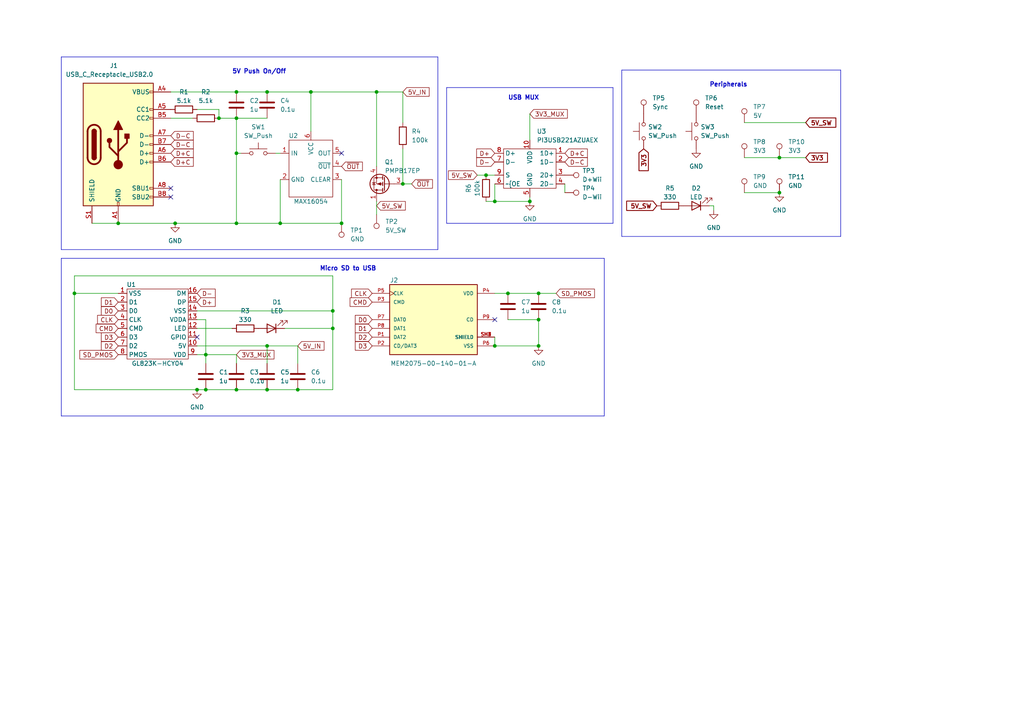
<source format=kicad_sch>
(kicad_sch (version 20211123) (generator eeschema)
  (paper "A4")
  (lib_symbols
    (symbol "Connector:TestPoint" (pin_numbers hide) (pin_names (offset 0.762) hide)
      (property "Reference" "TP" (at 0 6.858 0))
      (property "Value" "TestPoint" (at 0 5.08 0))
      (symbol "TestPoint_0_1"
        (circle (center 0 3.302) (radius 0.762))
      )
      (symbol "TestPoint_1_1"
        (pin passive line (at 0 0 90) (length 2.54) (name "1") (number "1"))
      )
    )
    (symbol "Connector:USB_C_Receptacle_USB2.0" (pin_names (offset 1.016))
      (property "Reference" "J" (at -10.16 19.05 0))
      (property "Value" "USB_C_Receptacle_USB2.0" (at 19.05 19.05 0))
      (symbol "USB_C_Receptacle_USB2.0_0_0"
        (rectangle (start -0.254 -17.78) (end 0.254 -16.764))
        (rectangle (start 10.16 -14.986) (end 9.144 -15.494))
        (rectangle (start 10.16 -12.446) (end 9.144 -12.954))
        (rectangle (start 10.16 -4.826) (end 9.144 -5.334))
        (rectangle (start 10.16 -2.286) (end 9.144 -2.794))
        (rectangle (start 10.16 0.254) (end 9.144 -0.254))
        (rectangle (start 10.16 2.794) (end 9.144 2.286))
        (rectangle (start 10.16 7.874) (end 9.144 7.366))
        (rectangle (start 10.16 10.414) (end 9.144 9.906))
        (rectangle (start 10.16 15.494) (end 9.144 14.986))
      )
      (symbol "USB_C_Receptacle_USB2.0_0_1"
        (rectangle (start -10.16 17.78) (end 10.16 -17.78) (stroke (width 0.254)) (fill (type background)))
        (arc (start -8.89 -3.81) (mid -6.985 -5.715) (end -5.08 -3.81) (stroke (width 0.508)))
        (arc (start -7.62 -3.81) (mid -6.985 -4.445) (end -6.35 -3.81) (stroke (width 0.254)))
        (arc (start -7.62 -3.81) (mid -6.985 -4.445) (end -6.35 -3.81) (stroke (width 0.254)) (fill (type outline)))
        (rectangle (start -7.62 -3.81) (end -6.35 3.81) (stroke (width 0.254)) (fill (type outline)))
        (arc (start -6.35 3.81) (mid -6.985 4.445) (end -7.62 3.81) (stroke (width 0.254)))
        (arc (start -6.35 3.81) (mid -6.985 4.445) (end -7.62 3.81) (stroke (width 0.254)) (fill (type outline)))
        (arc (start -5.08 3.81) (mid -6.985 5.715) (end -8.89 3.81) (stroke (width 0.508)))
        (circle (center -2.54 1.143) (radius 0.635) (stroke (width 0.254)) (fill (type outline)))
        (circle (center 0 -5.842) (radius 1.27) (fill (type outline)))
        (polyline (pts (xy -8.89 -3.81) (xy -8.89 3.81)) (stroke (width 0.508)))
        (polyline (pts (xy -5.08 3.81) (xy -5.08 -3.81)) (stroke (width 0.508)))
        (polyline (pts (xy 0 -5.842) (xy 0 4.318)) (stroke (width 0.508)))
        (polyline (pts (xy 0 -3.302) (xy -2.54 -0.762) (xy -2.54 0.508)) (stroke (width 0.508)))
        (polyline (pts (xy 0 -2.032) (xy 2.54 0.508) (xy 2.54 1.778)) (stroke (width 0.508)))
        (polyline (pts (xy -1.27 4.318) (xy 0 6.858) (xy 1.27 4.318) (xy -1.27 4.318)) (stroke (width 0.254)) (fill (type outline)))
        (rectangle (start 1.905 1.778) (end 3.175 3.048) (stroke (width 0.254)) (fill (type outline)))
      )
      (symbol "USB_C_Receptacle_USB2.0_1_1"
        (pin passive line (at 0 -22.86 90) (length 5.08) (name "GND") (number "A1"))
        (pin passive line (at 0 -22.86 90) (length 5.08) hide (name "GND") (number "A12"))
        (pin passive line (at 15.24 15.24 180) (length 5.08) (name "VBUS") (number "A4"))
        (pin bidirectional line (at 15.24 10.16 180) (length 5.08) (name "CC1") (number "A5"))
        (pin bidirectional line (at 15.24 -2.54 180) (length 5.08) (name "D+") (number "A6"))
        (pin bidirectional line (at 15.24 2.54 180) (length 5.08) (name "D-") (number "A7"))
        (pin bidirectional line (at 15.24 -12.7 180) (length 5.08) (name "SBU1") (number "A8"))
        (pin passive line (at 15.24 15.24 180) (length 5.08) hide (name "VBUS") (number "A9"))
        (pin passive line (at 0 -22.86 90) (length 5.08) hide (name "GND") (number "B1"))
        (pin passive line (at 0 -22.86 90) (length 5.08) hide (name "GND") (number "B12"))
        (pin passive line (at 15.24 15.24 180) (length 5.08) hide (name "VBUS") (number "B4"))
        (pin bidirectional line (at 15.24 7.62 180) (length 5.08) (name "CC2") (number "B5"))
        (pin bidirectional line (at 15.24 -5.08 180) (length 5.08) (name "D+") (number "B6"))
        (pin bidirectional line (at 15.24 0 180) (length 5.08) (name "D-") (number "B7"))
        (pin bidirectional line (at 15.24 -15.24 180) (length 5.08) (name "SBU2") (number "B8"))
        (pin passive line (at 15.24 15.24 180) (length 5.08) hide (name "VBUS") (number "B9"))
        (pin passive line (at -7.62 -22.86 90) (length 5.08) (name "SHIELD") (number "S1"))
      )
    )
    (symbol "Device:C" (pin_numbers hide) (pin_names (offset 0.254))
      (property "Reference" "C" (at 0.635 2.54 0))
      (property "Value" "C" (at 0.635 -2.54 0))
      (symbol "C_0_1"
        (polyline (pts (xy -2.032 -0.762) (xy 2.032 -0.762)) (stroke (width 0.508)))
        (polyline (pts (xy -2.032 0.762) (xy 2.032 0.762)) (stroke (width 0.508)))
      )
      (symbol "C_1_1"
        (pin passive line (at 0 3.81 270) (length 2.794) (name "~") (number "1"))
        (pin passive line (at 0 -3.81 90) (length 2.794) (name "~") (number "2"))
      )
    )
    (symbol "Device:LED" (pin_numbers hide) (pin_names (offset 1.016) hide)
      (property "Reference" "D" (at 0 2.54 0))
      (property "Value" "LED" (at 0 -2.54 0))
      (symbol "LED_0_1"
        (polyline (pts (xy -1.27 -1.27) (xy -1.27 1.27)) (stroke (width 0.254)))
        (polyline (pts (xy -1.27 0) (xy 1.27 0)))
        (polyline (pts (xy 1.27 -1.27) (xy 1.27 1.27) (xy -1.27 0) (xy 1.27 -1.27)) (stroke (width 0.254)))
        (polyline (pts (xy -3.048 -0.762) (xy -4.572 -2.286) (xy -3.81 -2.286) (xy -4.572 -2.286) (xy -4.572 -1.524)))
        (polyline (pts (xy -1.778 -0.762) (xy -3.302 -2.286) (xy -2.54 -2.286) (xy -3.302 -2.286) (xy -3.302 -1.524)))
      )
      (symbol "LED_1_1"
        (pin passive line (at -3.81 0 0) (length 2.54) (name "K") (number "1"))
        (pin passive line (at 3.81 0 180) (length 2.54) (name "A") (number "2"))
      )
    )
    (symbol "Device:R" (pin_numbers hide) (pin_names (offset 0))
      (property "Reference" "R" (at 2.032 0 90))
      (property "Value" "R" (at 0 0 90))
      (symbol "R_0_1"
        (rectangle (start -1.016 -2.54) (end 1.016 2.54) (stroke (width 0.254)))
      )
      (symbol "R_1_1"
        (pin passive line (at 0 3.81 270) (length 1.27) (name "~") (number "1"))
        (pin passive line (at 0 -3.81 90) (length 1.27) (name "~") (number "2"))
      )
    )
    (symbol "GC Nano Top:GL823K-HCY04"
      (property "Reference" "U2" (at -7.62 11.43 0))
      (property "Value" "GL823K-HCY04" (at 0 -11.43 0))
      (symbol "GL823K-HCY04_0_1"
        (rectangle (start -8.89 10.16) (end 8.89 -10.16))
      )
      (symbol "GL823K-HCY04_1_1"
        (pin input line (at -11.43 8.89 0) (length 2.54) (name "VSS") (number "1"))
        (pin input line (at 11.43 -6.35 180) (length 2.54) (name "5V") (number "10"))
        (pin input line (at 11.43 -3.81 180) (length 2.54) (name "GPIO") (number "11"))
        (pin input line (at 11.43 -1.27 180) (length 2.54) (name "LED") (number "12"))
        (pin input line (at 11.43 1.27 180) (length 2.54) (name "VDDA") (number "13"))
        (pin input line (at 11.43 3.81 180) (length 2.54) (name "VSS") (number "14"))
        (pin input line (at 11.43 6.35 180) (length 2.54) (name "DP") (number "15"))
        (pin input line (at 11.43 8.89 180) (length 2.54) (name "DM") (number "16"))
        (pin input line (at -11.43 6.35 0) (length 2.54) (name "D1") (number "2"))
        (pin input line (at -11.43 3.81 0) (length 2.54) (name "D0") (number "3"))
        (pin input line (at -11.43 1.27 0) (length 2.54) (name "CLK") (number "4"))
        (pin input line (at -11.43 -1.27 0) (length 2.54) (name "CMD") (number "5"))
        (pin input line (at -11.43 -3.81 0) (length 2.54) (name "D3") (number "6"))
        (pin input line (at -11.43 -6.35 0) (length 2.54) (name "D2") (number "7"))
        (pin input line (at -11.43 -8.89 0) (length 2.54) (name "PMOS") (number "8"))
        (pin input line (at 11.43 -8.89 180) (length 2.54) (name "VDD") (number "9"))
      )
    )
    (symbol "GC Nano Top:MAX16054"
      (property "Reference" "U" (at -5.08 3.81 0))
      (property "Value" "MAX16054" (at 1.27 -12.7 0))
      (symbol "MAX16054_0_1"
        (rectangle (start -5.08 2.54) (end 7.62 -13.97))
      )
      (symbol "MAX16054_1_1"
        (pin input line (at -7.62 -1.27 0) (length 2.54) (name "IN") (number "1"))
        (pin input line (at -7.62 -8.89 0) (length 2.54) (name "GND") (number "2"))
        (pin input line (at 10.16 -8.89 180) (length 2.54) (name "CLEAR") (number "3"))
        (pin input line (at 10.16 -5.08 180) (length 2.54) (name "~{OUT}") (number "4"))
        (pin input line (at 10.16 -1.27 180) (length 2.54) (name "OUT") (number "5"))
        (pin input line (at 1.27 5.08 270) (length 2.54) (name "VCC") (number "6"))
      )
    )
    (symbol "GC Nano Top:PI3USB221AZUAEX"
      (property "Reference" "U" (at 1.27 6.35 0))
      (property "Value" "PI3USB221AZUAEX" (at 17.78 -8.89 0))
      (symbol "PI3USB221AZUAEX_0_1"
        (rectangle (start 0 5.08) (end 15.24 -6.35))
      )
      (symbol "PI3USB221AZUAEX_1_1"
        (pin input line (at 17.78 3.81 180) (length 2.54) (name "1D+") (number "1"))
        (pin input line (at 7.62 7.62 270) (length 2.54) (name "VDD") (number "10"))
        (pin input line (at 17.78 1.27 180) (length 2.54) (name "1D-") (number "2"))
        (pin input line (at 17.78 -2.54 180) (length 2.54) (name "2D+") (number "3"))
        (pin input line (at 17.78 -5.08 180) (length 2.54) (name "2D-") (number "4"))
        (pin input line (at 7.62 -8.89 90) (length 2.54) (name "GND") (number "5"))
        (pin input line (at -2.54 -5.08 0) (length 2.54) (name "~{OE") (number "6"))
        (pin input line (at -2.54 1.27 0) (length 2.54) (name "D-") (number "7"))
        (pin input line (at -2.54 3.81 0) (length 2.54) (name "D+") (number "8"))
        (pin input line (at -2.54 -2.54 0) (length 2.54) (name "S") (number "9"))
      )
    )
    (symbol "GC Nano Top:PMPB17EP" (pin_names (offset 0) hide)
      (property "Reference" "Q" (at 5.08 1.27 0))
      (property "Value" "PMPB17EP" (at 5.08 -1.27 0))
      (symbol "PMPB17EP_0_1"
        (polyline (pts (xy 0.254 0) (xy -2.54 0)))
        (polyline (pts (xy 0.254 1.905) (xy 0.254 -1.905)) (stroke (width 0.254)))
        (polyline (pts (xy 0.762 -1.27) (xy 0.762 -2.286)) (stroke (width 0.254)))
        (polyline (pts (xy 0.762 0.508) (xy 0.762 -0.508)) (stroke (width 0.254)))
        (polyline (pts (xy 0.762 2.286) (xy 0.762 1.27)) (stroke (width 0.254)))
        (polyline (pts (xy 2.54 2.54) (xy 2.54 1.778)))
        (polyline (pts (xy 2.54 -2.54) (xy 2.54 0) (xy 0.762 0)))
        (polyline (pts (xy 0.762 1.778) (xy 3.302 1.778) (xy 3.302 -1.778) (xy 0.762 -1.778)))
        (polyline (pts (xy 2.286 0) (xy 1.27 0.381) (xy 1.27 -0.381) (xy 2.286 0)) (fill (type outline)))
        (polyline (pts (xy 2.794 -0.508) (xy 2.921 -0.381) (xy 3.683 -0.381) (xy 3.81 -0.254)))
        (polyline (pts (xy 3.302 -0.381) (xy 2.921 0.254) (xy 3.683 0.254) (xy 3.302 -0.381)))
        (circle (center 1.651 0) (radius 2.794) (stroke (width 0.254)))
        (circle (center 2.54 -1.778) (radius 0.254) (fill (type outline)))
        (circle (center 2.54 1.778) (radius 0.254) (fill (type outline)))
      )
      (symbol "PMPB17EP_1_1"
        (pin passive line (at 2.54 5.08 270) (length 2.54) (name "D") (number "1"))
        (pin passive line (at 2.54 5.08 270) (length 2.54) hide (name "D") (number "2"))
        (pin input line (at -5.08 0 0) (length 2.54) (name "G") (number "3"))
        (pin passive line (at 2.54 -5.08 90) (length 2.54) (name "S") (number "4"))
        (pin passive line (at 2.54 5.08 270) (length 2.54) hide (name "D") (number "5"))
        (pin passive line (at 2.54 5.08 270) (length 2.54) hide (name "D") (number "6"))
        (pin passive line (at 2.54 5.08 270) (length 2.54) hide (name "D") (number "7"))
        (pin passive line (at 2.54 -5.08 90) (length 2.54) hide (name "S") (number "8"))
      )
    )
    (symbol "MEM2075-00-140-01-A:MEM2075-00-140-01-A" (pin_names (offset 1.016))
      (property "Reference" "J" (at -12.7 10.795 0))
      (property "Value" "MEM2075-00-140-01-A" (at -12.7 -12.7 0))
      (symbol "MEM2075-00-140-01-A_0_0"
        (rectangle (start -12.7 -10.16) (end 12.7 10.16) (stroke (width 0.254)) (fill (type background)))
        (pin bidirectional line (at -17.78 -5.08 0) (length 5.08) (name "DAT2") (number "P1"))
        (pin bidirectional line (at -17.78 -7.62 0) (length 5.08) (name "CD/DAT3") (number "P2"))
        (pin bidirectional line (at -17.78 5.08 0) (length 5.08) (name "CMD") (number "P3"))
        (pin power_in line (at 17.78 7.62 180) (length 5.08) (name "VDD") (number "P4"))
        (pin bidirectional clock (at -17.78 7.62 0) (length 5.08) (name "CLK") (number "P5"))
        (pin power_in line (at 17.78 -7.62 180) (length 5.08) (name "VSS") (number "P6"))
        (pin bidirectional line (at -17.78 0 0) (length 5.08) (name "DAT0") (number "P7"))
        (pin bidirectional line (at -17.78 -2.54 0) (length 5.08) (name "DAT1") (number "P8"))
        (pin passive line (at 17.78 0 180) (length 5.08) (name "CD") (number "P9"))
        (pin power_in line (at 17.78 -5.08 180) (length 5.08) (name "SHIELD") (number "SH1"))
        (pin power_in line (at 17.78 -5.08 180) (length 5.08) (name "SHIELD") (number "SH2"))
        (pin power_in line (at 17.78 -5.08 180) (length 5.08) (name "SHIELD") (number "SH3"))
        (pin power_in line (at 17.78 -5.08 180) (length 5.08) (name "SHIELD") (number "SH4"))
      )
    )
    (symbol "Switch:SW_Push" (pin_numbers hide) (pin_names (offset 1.016) hide)
      (property "Reference" "SW" (at 1.27 2.54 0))
      (property "Value" "SW_Push" (at 0 -1.524 0))
      (symbol "SW_Push_0_1"
        (circle (center -2.032 0) (radius 0.508))
        (polyline (pts (xy 0 1.27) (xy 0 3.048)))
        (polyline (pts (xy 2.54 1.27) (xy -2.54 1.27)))
        (circle (center 2.032 0) (radius 0.508))
        (pin passive line (at -5.08 0 0) (length 2.54) (name "1") (number "1"))
        (pin passive line (at 5.08 0 180) (length 2.54) (name "2") (number "2"))
      )
    )
    (symbol "power:GND" (power) (pin_names (offset 0))
      (property "Value" "GND" (at 0 -3.81 0))
      (symbol "GND_0_1"
        (polyline (pts (xy 0 0) (xy 0 -1.27) (xy 1.27 -1.27) (xy 0 -2.54) (xy -1.27 -1.27) (xy 0 -1.27)))
      )
      (symbol "GND_1_1"
        (pin power_in line (at 0 0 270) (length 0) hide (name "GND") (number "1"))
      )
    )
  )
  (junction (at 59.69 102.87))
  (junction (at 109.22 26.67))
  (junction (at 81.28 64.77))
  (junction (at 68.58 64.77))
  (junction (at 86.36 113.03))
  (junction (at 226.06 55.88))
  (junction (at 59.69 113.03))
  (junction (at 156.21 85.09))
  (junction (at 156.21 100.33))
  (junction (at 63.5 34.29))
  (junction (at 96.52 90.17))
  (junction (at 68.58 34.29))
  (junction (at 77.47 113.03))
  (junction (at 57.15 113.03))
  (junction (at 226.06 45.72))
  (junction (at 21.59 85.09))
  (junction (at 156.21 92.71))
  (junction (at 77.47 26.67))
  (junction (at 143.51 58.42))
  (junction (at 116.84 53.34))
  (junction (at 68.58 26.67))
  (junction (at 96.52 95.25))
  (junction (at 140.97 50.8))
  (junction (at 143.51 100.33))
  (junction (at 147.32 85.09))
  (junction (at 68.58 113.03))
  (junction (at 90.17 26.67))
  (junction (at 99.06 64.77))
  (junction (at 34.29 64.77))
  (junction (at 68.58 44.45))
  (junction (at 50.8 64.77))
  (junction (at 77.47 100.33))
  (junction (at 153.67 58.42))
  (no_connect (at 99.06 44.45))
  (no_connect (at 49.53 57.15))
  (no_connect (at 57.15 97.79))
  (no_connect (at 49.53 54.61))
  (no_connect (at 143.51 92.71))
  (polyline (pts (xy 175.26 120.65) (xy 17.78 120.65)) (stroke (width 0) (type solid)))
  (wire (pts (xy 59.69 92.71) (xy 59.69 102.87)))
  (wire (pts (xy 109.22 26.67) (xy 116.84 26.67)))
  (wire (pts (xy 57.15 90.17) (xy 96.52 90.17)))
  (polyline (pts (xy 17.78 74.93) (xy 175.26 74.93)) (stroke (width 0) (type solid)))
  (wire (pts (xy 86.36 100.33) (xy 77.47 100.33)))
  (wire (pts (xy 143.51 97.79) (xy 143.51 100.33)))
  (wire (pts (xy 143.51 85.09) (xy 147.32 85.09)))
  (wire (pts (xy 34.29 85.09) (xy 21.59 85.09)))
  (wire (pts (xy 140.97 58.42) (xy 143.51 58.42)))
  (wire (pts (xy 99.06 52.07) (xy 99.06 64.77)))
  (wire (pts (xy 49.53 26.67) (xy 68.58 26.67)))
  (wire (pts (xy 63.5 34.29) (xy 68.58 34.29)))
  (wire (pts (xy 21.59 85.09) (xy 21.59 113.03)))
  (wire (pts (xy 68.58 34.29) (xy 77.47 34.29)))
  (wire (pts (xy 77.47 26.67) (xy 90.17 26.67)))
  (wire (pts (xy 68.58 44.45) (xy 68.58 64.77)))
  (wire (pts (xy 59.69 102.87) (xy 59.69 105.41)))
  (wire (pts (xy 215.9 55.88) (xy 226.06 55.88)))
  (polyline (pts (xy 177.8 64.77) (xy 129.54 64.77)) (stroke (width 0) (type solid)))
  (wire (pts (xy 147.32 85.09) (xy 156.21 85.09)))
  (wire (pts (xy 21.59 85.09) (xy 21.59 80.01)))
  (wire (pts (xy 68.58 102.87) (xy 59.69 102.87)))
  (wire (pts (xy 143.51 53.34) (xy 143.51 58.42)))
  (wire (pts (xy 49.53 34.29) (xy 55.88 34.29)))
  (wire (pts (xy 163.83 53.34) (xy 163.83 55.88)))
  (wire (pts (xy 90.17 26.67) (xy 109.22 26.67)))
  (wire (pts (xy 205.74 59.69) (xy 207.01 59.69)))
  (polyline (pts (xy 127 16.51) (xy 127 72.39)) (stroke (width 0) (type solid)))
  (polyline (pts (xy 17.78 74.93) (xy 17.78 120.65)) (stroke (width 0) (type solid)))
  (wire (pts (xy 57.15 100.33) (xy 77.47 100.33)))
  (wire (pts (xy 140.97 50.8) (xy 143.51 50.8)))
  (wire (pts (xy 143.51 100.33) (xy 156.21 100.33)))
  (wire (pts (xy 68.58 26.67) (xy 77.47 26.67)))
  (wire (pts (xy 226.06 45.72) (xy 233.68 45.72)))
  (wire (pts (xy 143.51 58.42) (xy 153.67 58.42)))
  (polyline (pts (xy 175.26 74.93) (xy 175.26 120.65)) (stroke (width 0) (type solid)))
  (wire (pts (xy 109.22 58.42) (xy 109.22 62.23)))
  (wire (pts (xy 80.01 44.45) (xy 81.28 44.45)))
  (polyline (pts (xy 180.34 20.32) (xy 243.84 20.32)) (stroke (width 0) (type solid)))
  (wire (pts (xy 57.15 95.25) (xy 67.31 95.25)))
  (wire (pts (xy 34.29 64.77) (xy 50.8 64.77)))
  (wire (pts (xy 81.28 52.07) (xy 81.28 64.77)))
  (wire (pts (xy 68.58 34.29) (xy 68.58 44.45)))
  (wire (pts (xy 90.17 26.67) (xy 90.17 38.1)))
  (wire (pts (xy 57.15 102.87) (xy 59.69 102.87)))
  (wire (pts (xy 82.55 95.25) (xy 96.52 95.25)))
  (wire (pts (xy 215.9 35.56) (xy 233.68 35.56)))
  (wire (pts (xy 68.58 113.03) (xy 77.47 113.03)))
  (wire (pts (xy 57.15 92.71) (xy 59.69 92.71)))
  (wire (pts (xy 63.5 31.75) (xy 63.5 34.29)))
  (wire (pts (xy 21.59 113.03) (xy 57.15 113.03)))
  (wire (pts (xy 96.52 95.25) (xy 96.52 113.03)))
  (wire (pts (xy 96.52 80.01) (xy 96.52 90.17)))
  (wire (pts (xy 57.15 113.03) (xy 59.69 113.03)))
  (wire (pts (xy 116.84 53.34) (xy 119.38 53.34)))
  (wire (pts (xy 153.67 40.64) (xy 153.67 33.02)))
  (wire (pts (xy 109.22 26.67) (xy 109.22 48.26)))
  (wire (pts (xy 147.32 92.71) (xy 156.21 92.71)))
  (polyline (pts (xy 17.78 16.51) (xy 17.78 72.39)) (stroke (width 0) (type solid)))
  (wire (pts (xy 116.84 43.18) (xy 116.84 53.34)))
  (wire (pts (xy 50.8 64.77) (xy 68.58 64.77)))
  (wire (pts (xy 69.85 44.45) (xy 68.58 44.45)))
  (wire (pts (xy 156.21 85.09) (xy 161.29 85.09)))
  (polyline (pts (xy 127 72.39) (xy 17.78 72.39)) (stroke (width 0) (type solid)))
  (wire (pts (xy 96.52 113.03) (xy 86.36 113.03)))
  (wire (pts (xy 26.67 64.77) (xy 34.29 64.77)))
  (polyline (pts (xy 129.54 25.4) (xy 177.8 25.4)) (stroke (width 0) (type solid)))
  (polyline (pts (xy 129.54 25.4) (xy 129.54 64.77)) (stroke (width 0) (type solid)))
  (wire (pts (xy 138.43 50.8) (xy 140.97 50.8)))
  (wire (pts (xy 59.69 113.03) (xy 68.58 113.03)))
  (wire (pts (xy 116.84 26.67) (xy 116.84 35.56)))
  (wire (pts (xy 207.01 59.69) (xy 207.01 60.96)))
  (polyline (pts (xy 177.8 25.4) (xy 177.8 64.77)) (stroke (width 0) (type solid)))
  (wire (pts (xy 68.58 64.77) (xy 81.28 64.77)))
  (wire (pts (xy 21.59 80.01) (xy 96.52 80.01)))
  (wire (pts (xy 77.47 100.33) (xy 77.47 105.41)))
  (polyline (pts (xy 243.84 68.58) (xy 180.34 68.58)) (stroke (width 0) (type solid)))
  (wire (pts (xy 57.15 31.75) (xy 63.5 31.75)))
  (wire (pts (xy 153.67 58.42) (xy 153.67 57.15)))
  (wire (pts (xy 86.36 105.41) (xy 86.36 100.33)))
  (polyline (pts (xy 17.78 16.51) (xy 127 16.51)) (stroke (width 0) (type solid)))
  (polyline (pts (xy 243.84 20.32) (xy 243.84 68.58)) (stroke (width 0) (type solid)))
  (wire (pts (xy 156.21 100.33) (xy 156.21 92.71)))
  (wire (pts (xy 215.9 45.72) (xy 226.06 45.72)))
  (wire (pts (xy 81.28 64.77) (xy 99.06 64.77)))
  (wire (pts (xy 77.47 113.03) (xy 86.36 113.03)))
  (wire (pts (xy 96.52 90.17) (xy 96.52 95.25)))
  (polyline (pts (xy 180.34 68.58) (xy 180.34 20.32)) (stroke (width 0) (type solid)))
  (wire (pts (xy 68.58 105.41) (xy 68.58 102.87)))
  (text "USB MUX" (at 147.32 29.21 0) (effects (font (size 1.27 1.27) (thickness 0.254) bold) (justify left bottom)))
  (text "Micro SD to USB" (at 92.71 78.74 0) (effects (font (size 1.27 1.27) (thickness 0.254) bold) (justify left bottom)))
  (text "Peripherals" (at 205.74 25.4 0) (effects (font (size 1.27 1.27) bold) (justify left bottom)))
  (text "5V Push On/Off" (at 67.31 21.59 0) (effects (font (size 1.27 1.27) (thickness 0.254) bold) (justify left bottom)))
  (global_label "5V_SW" (shape input) (at 233.68 35.56 0) (effects (font bold)) (property "Intersheet References" "${INTERSHEET_REFS}" (effects hide)))
  (global_label "D2" (shape input) (at 107.95 97.79 180) (property "Intersheet References" "${INTERSHEET_REFS}" (effects hide)))
  (global_label "3V3_MUX" (shape input) (at 153.67 33.02 0) (property "Intersheet References" "${INTERSHEET_REFS}" (effects hide)))
  (global_label "D-C" (shape input) (at 49.53 39.37 0) (property "Intersheet References" "${INTERSHEET_REFS}" (effects hide)))
  (global_label "D+C" (shape input) (at 49.53 44.45 0) (property "Intersheet References" "${INTERSHEET_REFS}" (effects hide)))
  (global_label "5V_IN" (shape input) (at 116.84 26.67 0) (property "Intersheet References" "${INTERSHEET_REFS}" (effects hide)))
  (global_label "D1" (shape input) (at 107.95 95.25 180) (property "Intersheet References" "${INTERSHEET_REFS}" (effects hide)))
  (global_label "D+C" (shape input) (at 49.53 46.99 0) (property "Intersheet References" "${INTERSHEET_REFS}" (effects hide)))
  (global_label "CLK" (shape input) (at 107.95 85.09 180) (property "Intersheet References" "${INTERSHEET_REFS}" (effects hide)))
  (global_label "D-C" (shape input) (at 49.53 41.91 0) (property "Intersheet References" "${INTERSHEET_REFS}" (effects hide)))
  (global_label "3V3" (shape input) (at 233.68 45.72 0) (effects (font bold)) (property "Intersheet References" "${INTERSHEET_REFS}" (effects hide)))
  (global_label "~{OUT}" (shape input) (at 99.06 48.26 0) (property "Intersheet References" "${INTERSHEET_REFS}" (effects hide)))
  (global_label "D0" (shape input) (at 107.95 92.71 180) (property "Intersheet References" "${INTERSHEET_REFS}" (effects hide)))
  (global_label "CMD" (shape input) (at 107.95 87.63 180) (property "Intersheet References" "${INTERSHEET_REFS}" (effects hide)))
  (global_label "SD_PMOS" (shape input) (at 161.29 85.09 0) (property "Intersheet References" "${INTERSHEET_REFS}" (effects hide)))
  (global_label "D-" (shape input) (at 57.15 85.09 0) (property "Intersheet References" "${INTERSHEET_REFS}" (effects hide)))
  (global_label "D2" (shape input) (at 34.29 100.33 180) (property "Intersheet References" "${INTERSHEET_REFS}" (effects hide)))
  (global_label "5V_SW" (shape input) (at 138.43 50.8 180) (property "Intersheet References" "${INTERSHEET_REFS}" (effects hide)))
  (global_label "3V3_MUX" (shape input) (at 68.58 102.87 0) (property "Intersheet References" "${INTERSHEET_REFS}" (effects hide)))
  (global_label "D3" (shape input) (at 107.95 100.33 180) (property "Intersheet References" "${INTERSHEET_REFS}" (effects hide)))
  (global_label "D+" (shape input) (at 143.51 44.45 180) (property "Intersheet References" "${INTERSHEET_REFS}" (effects hide)))
  (global_label "D1" (shape input) (at 34.29 87.63 180) (property "Intersheet References" "${INTERSHEET_REFS}" (effects hide)))
  (global_label "D-C" (shape input) (at 163.83 46.99 0) (property "Intersheet References" "${INTERSHEET_REFS}" (effects hide)))
  (global_label "D+C" (shape input) (at 163.83 44.45 0) (property "Intersheet References" "${INTERSHEET_REFS}" (effects hide)))
  (global_label "D3" (shape input) (at 34.29 97.79 180) (property "Intersheet References" "${INTERSHEET_REFS}" (effects hide)))
  (global_label "5V_SW" (shape input) (at 109.22 59.69 0) (property "Intersheet References" "${INTERSHEET_REFS}" (effects hide)))
  (global_label "D0" (shape input) (at 34.29 90.17 180) (property "Intersheet References" "${INTERSHEET_REFS}" (effects hide)))
  (global_label "5V_SW" (shape input) (at 190.5 59.69 180) (effects (font bold)) (property "Intersheet References" "${INTERSHEET_REFS}" (effects hide)))
  (global_label "SD_PMOS" (shape input) (at 34.29 102.87 180) (property "Intersheet References" "${INTERSHEET_REFS}" (effects hide)))
  (global_label "5V_IN" (shape input) (at 86.36 100.33 0) (property "Intersheet References" "${INTERSHEET_REFS}" (effects hide)))
  (global_label "CLK" (shape input) (at 34.29 92.71 180) (property "Intersheet References" "${INTERSHEET_REFS}" (effects hide)))
  (global_label "3V3" (shape input) (at 186.69 43.18 270) (effects (font bold)) (property "Intersheet References" "${INTERSHEET_REFS}" (effects hide)))
  (global_label "D-" (shape input) (at 143.51 46.99 180) (property "Intersheet References" "${INTERSHEET_REFS}" (effects hide)))
  (global_label "CMD" (shape input) (at 34.29 95.25 180) (property "Intersheet References" "${INTERSHEET_REFS}" (effects hide)))
  (global_label "D+" (shape input) (at 57.15 87.63 0) (property "Intersheet References" "${INTERSHEET_REFS}" (effects hide)))
  (global_label "~{OUT}" (shape input) (at 119.38 53.34 0) (property "Intersheet References" "${INTERSHEET_REFS}" (effects hide)))
  (symbol (lib_id "power:GND") (at 153.67 58.42 0) (unit 1)
    (property "Reference" "#PWR03" (effects hide))
    (property "Value" "GND" (at 153.67 63.5 0))
  )
  (symbol (lib_id "GC Nano Top:PI3USB221AZUAEX") (at 146.05 48.26 0) (unit 1)
    (property "Reference" "U3" (at 155.6894 38.1 0) (effects (justify left)))
    (property "Value" "PI3USB221AZUAEX" (at 155.6894 40.64 0) (effects (justify left)))
    (property "Footprint" "GC Nano Top:PI3USB221A" (effects hide))
  )
  (symbol (lib_id "Connector:TestPoint") (at 201.93 33.02 0) (unit 1)
    (property "Reference" "TP6" (at 204.47 28.4479 0) (effects (justify left)))
    (property "Value" "Reset" (at 204.47 30.9879 0) (effects (justify left)))
    (property "Footprint" "TestPoint:TestPoint_Pad_2.0x2.0mm" (effects hide))
  )
  (symbol (lib_id "power:GND") (at 226.06 55.88 0) (unit 1)
    (property "Reference" "#PWR07" (effects hide))
    (property "Value" "GND" (at 226.06 60.96 0))
  )
  (symbol (lib_id "Connector:TestPoint") (at 163.83 50.8 270) (unit 1)
    (property "Reference" "TP3" (at 168.91 49.5299 90) (effects (justify left)))
    (property "Value" "D+Wii" (at 168.91 52.0699 90) (effects (justify left)))
    (property "Footprint" "TestPoint:TestPoint_Pad_1.5x1.5mm" (effects hide))
  )
  (symbol (lib_id "Device:R") (at 140.97 54.61 180) (unit 1)
    (property "Reference" "R6" (at 135.89 54.61 90))
    (property "Value" "100k" (at 138.43 54.61 90))
    (property "Footprint" "Resistor_SMD:R_0603_1608Metric" (effects hide))
  )
  (symbol (lib_id "Switch:SW_Push") (at 201.93 38.1 90) (unit 1)
    (property "Reference" "SW3" (at 203.2 36.8299 90) (effects (justify right)))
    (property "Value" "SW_Push" (at 203.2 39.3699 90) (effects (justify right)))
    (property "Footprint" "Button_Switch_THT:SW_PUSH_6mm" (effects hide))
  )
  (symbol (lib_id "Device:C") (at 156.21 88.9 0) (unit 1)
    (property "Reference" "C8" (at 160.02 87.6299 0) (effects (justify left)))
    (property "Value" "0.1u" (at 160.02 90.1699 0) (effects (justify left)))
    (property "Footprint" "Capacitor_SMD:C_0603_1608Metric" (effects hide))
  )
  (symbol (lib_id "Connector:TestPoint") (at 215.9 35.56 0) (unit 1)
    (property "Reference" "TP7" (at 218.44 30.9879 0) (effects (justify left)))
    (property "Value" "5V" (at 218.44 33.5279 0) (effects (justify left)))
    (property "Footprint" "TestPoint:TestPoint_Pad_2.0x2.0mm" (effects hide))
  )
  (symbol (lib_id "Connector:USB_C_Receptacle_USB2.0") (at 34.29 41.91 0) (unit 1)
    (property "Reference" "J1" (at 33.02 19.05 0))
    (property "Value" "USB_C_Receptacle_USB2.0" (at 31.75 21.59 0))
    (property "Footprint" "footprints:2171790001_MOL" (effects hide))
    (property "Datasheet" "https://www.usb.org/sites/default/files/documents/usb_type-c.zip" (effects hide))
  )
  (symbol (lib_id "Device:R") (at 71.12 95.25 90) (unit 1)
    (property "Reference" "R3" (at 71.12 90.17 90))
    (property "Value" "330" (at 71.12 92.71 90))
    (property "Footprint" "Resistor_SMD:R_0603_1608Metric" (effects hide))
  )
  (symbol (lib_id "Connector:TestPoint") (at 226.06 45.72 0) (unit 1)
    (property "Reference" "TP10" (at 228.6 41.1479 0) (effects (justify left)))
    (property "Value" "3V3" (at 228.6 43.6879 0) (effects (justify left)))
    (property "Footprint" "TestPoint:TestPoint_Pad_2.0x2.0mm" (effects hide))
  )
  (symbol (lib_id "Connector:TestPoint") (at 215.9 55.88 0) (unit 1)
    (property "Reference" "TP9" (at 218.44 51.3079 0) (effects (justify left)))
    (property "Value" "GND" (at 218.44 53.8479 0) (effects (justify left)))
    (property "Footprint" "TestPoint:TestPoint_Pad_2.0x2.0mm" (effects hide))
  )
  (symbol (lib_id "power:GND") (at 57.15 113.03 0) (unit 1)
    (property "Reference" "#PWR02" (effects hide))
    (property "Value" "GND" (at 57.15 118.11 0))
  )
  (symbol (lib_id "power:GND") (at 156.21 100.33 0) (unit 1)
    (property "Reference" "#PWR04" (effects hide))
    (property "Value" "GND" (at 156.21 105.41 0))
  )
  (symbol (lib_id "Switch:SW_Push") (at 186.69 38.1 90) (unit 1)
    (property "Reference" "SW2" (at 187.96 36.8299 90) (effects (justify right)))
    (property "Value" "SW_Push" (at 187.96 39.3699 90) (effects (justify right)))
    (property "Footprint" "Button_Switch_THT:SW_PUSH_6mm" (effects hide))
  )
  (symbol (lib_id "Connector:TestPoint") (at 215.9 45.72 0) (unit 1)
    (property "Reference" "TP8" (at 218.44 41.1479 0) (effects (justify left)))
    (property "Value" "3V3" (at 218.44 43.6879 0) (effects (justify left)))
    (property "Footprint" "TestPoint:TestPoint_Pad_2.0x2.0mm" (effects hide))
  )
  (symbol (lib_id "power:GND") (at 207.01 60.96 0) (unit 1)
    (property "Reference" "#PWR06" (effects hide))
    (property "Value" "GND" (at 207.01 66.04 0))
  )
  (symbol (lib_id "Device:R") (at 53.34 31.75 90) (unit 1)
    (property "Reference" "R1" (at 53.34 26.67 90))
    (property "Value" "5.1k" (at 53.34 29.21 90))
    (property "Footprint" "Resistor_SMD:R_0603_1608Metric" (effects hide))
  )
  (symbol (lib_id "Device:LED") (at 78.74 95.25 180) (unit 1)
    (property "Reference" "D1" (at 80.3275 87.63 0))
    (property "Value" "LED" (at 80.3275 90.17 0))
    (property "Footprint" "LED_SMD:LED_0603_1608Metric" (effects hide))
  )
  (symbol (lib_id "GC Nano Top:MAX16054") (at 88.9 43.18 0) (unit 1)
    (property "Reference" "U2" (at 85.09 39.37 0))
    (property "Value" "MAX16054" (at 90.17 58.42 0))
    (property "Footprint" "Package_TO_SOT_SMD:TSOT-23-6" (effects hide))
  )
  (symbol (lib_id "Device:R") (at 116.84 39.37 180) (unit 1)
    (property "Reference" "R4" (at 119.38 38.0999 0) (effects (justify right)))
    (property "Value" "100k" (at 119.38 40.6399 0) (effects (justify right)))
    (property "Footprint" "Resistor_SMD:R_0603_1608Metric" (effects hide))
  )
  (symbol (lib_id "MEM2075-00-140-01-A:MEM2075-00-140-01-A") (at 125.73 92.71 0) (unit 1)
    (property "Reference" "J2" (at 114.3 81.28 0))
    (property "Value" "MEM2075-00-140-01-A" (at 125.73 105.41 0))
    (property "Footprint" "MEM2075-00-140-01-A:GCT_MEM2075-00-140-01-A" (effects hide))
    (property "MANUFACTURER" "GCT" (effects hide))
    (property "PARTREV" "A" (effects hide))
    (property "STANDARD" "Manufacturer recommendations" (effects hide))
  )
  (symbol (lib_id "Device:C") (at 59.69 109.22 0) (unit 1)
    (property "Reference" "C1" (at 63.5 107.9499 0) (effects (justify left)))
    (property "Value" "1u" (at 63.5 110.4899 0) (effects (justify left)))
    (property "Footprint" "Capacitor_SMD:C_0603_1608Metric" (effects hide))
  )
  (symbol (lib_id "Device:R") (at 194.31 59.69 90) (unit 1)
    (property "Reference" "R5" (at 194.31 54.61 90))
    (property "Value" "330" (at 194.31 57.15 90))
    (property "Footprint" "Resistor_SMD:R_0603_1608Metric" (effects hide))
  )
  (symbol (lib_id "Device:C") (at 147.32 88.9 0) (unit 1)
    (property "Reference" "C7" (at 151.13 87.6299 0) (effects (justify left)))
    (property "Value" "1u" (at 151.13 90.1699 0) (effects (justify left)))
    (property "Footprint" "Capacitor_SMD:C_0603_1608Metric" (effects hide))
  )
  (symbol (lib_id "Device:C") (at 77.47 109.22 0) (unit 1)
    (property "Reference" "C5" (at 81.28 107.9499 0) (effects (justify left)))
    (property "Value" "1u" (at 81.28 110.4899 0) (effects (justify left)))
    (property "Footprint" "Capacitor_SMD:C_0603_1608Metric" (effects hide))
  )
  (symbol (lib_id "Device:C") (at 77.47 30.48 0) (unit 1)
    (property "Reference" "C4" (at 81.28 29.2099 0) (effects (justify left)))
    (property "Value" "0.1u" (at 81.28 31.7499 0) (effects (justify left)))
    (property "Footprint" "Capacitor_SMD:C_0603_1608Metric" (effects hide))
  )
  (symbol (lib_id "Connector:TestPoint") (at 226.06 55.88 0) (unit 1)
    (property "Reference" "TP11" (at 228.6 51.3079 0) (effects (justify left)))
    (property "Value" "GND" (at 228.6 53.8479 0) (effects (justify left)))
    (property "Footprint" "TestPoint:TestPoint_Pad_2.0x2.0mm" (effects hide))
  )
  (symbol (lib_id "GC Nano Top:PMPB17EP") (at 111.76 53.34 180) (unit 1)
    (property "Reference" "Q1" (at 114.3 46.99 0) (effects (justify left)))
    (property "Value" "PMPB17EP" (at 121.92 49.53 0) (effects (justify left)))
    (property "Footprint" "GC Nano Top:PMPB17EP" (effects hide))
  )
  (symbol (lib_id "Device:R") (at 59.69 34.29 90) (unit 1)
    (property "Reference" "R2" (at 59.69 26.67 90))
    (property "Value" "5.1k" (at 59.69 29.21 90))
    (property "Footprint" "Resistor_SMD:R_0603_1608Metric" (effects hide))
  )
  (symbol (lib_id "power:GND") (at 201.93 43.18 0) (unit 1)
    (property "Reference" "#PWR05" (effects hide))
    (property "Value" "GND" (at 201.93 48.26 0))
  )
  (symbol (lib_id "Device:C") (at 68.58 30.48 0) (unit 1)
    (property "Reference" "C2" (at 72.39 29.2099 0) (effects (justify left)))
    (property "Value" "1u" (at 72.39 31.7499 0) (effects (justify left)))
    (property "Footprint" "Capacitor_SMD:C_0603_1608Metric" (effects hide))
  )
  (symbol (lib_id "Switch:SW_Push") (at 74.93 44.45 0) (unit 1)
    (property "Reference" "SW1" (at 74.93 36.83 0))
    (property "Value" "SW_Push" (at 74.93 39.37 0))
    (property "Footprint" "Button_Switch_THT:SW_PUSH_6mm" (effects hide))
  )
  (symbol (lib_id "GC Nano Top:GL823K-HCY04") (at 45.72 93.98 0) (unit 1)
    (property "Reference" "U1" (at 38.1 82.55 0))
    (property "Value" "GL823K-HCY04" (at 45.72 105.41 0))
    (property "Footprint" "Package_SO:SSOP-16_3.9x4.9mm_P0.635mm" (effects hide))
  )
  (symbol (lib_id "Connector:TestPoint") (at 186.69 33.02 0) (unit 1)
    (property "Reference" "TP5" (at 189.23 28.4479 0) (effects (justify left)))
    (property "Value" "Sync" (at 189.23 30.9879 0) (effects (justify left)))
    (property "Footprint" "TestPoint:TestPoint_Pad_2.0x2.0mm" (effects hide))
  )
  (symbol (lib_id "Connector:TestPoint") (at 163.83 55.88 270) (unit 1)
    (property "Reference" "TP4" (at 168.91 54.6099 90) (effects (justify left)))
    (property "Value" "D-Wii" (at 168.91 57.1499 90) (effects (justify left)))
    (property "Footprint" "TestPoint:TestPoint_Pad_1.5x1.5mm" (effects hide))
  )
  (symbol (lib_id "Device:LED") (at 201.93 59.69 180) (unit 1)
    (property "Reference" "D2" (at 201.93 54.61 0))
    (property "Value" "LED" (at 201.93 57.15 0))
    (property "Footprint" "LED_SMD:LED_0603_1608Metric" (effects hide))
  )
  (symbol (lib_id "Connector:TestPoint") (at 109.22 62.23 180) (unit 1)
    (property "Reference" "TP2" (at 111.76 64.2619 0) (effects (justify right)))
    (property "Value" "5V_SW" (at 111.76 66.8019 0) (effects (justify right)))
    (property "Footprint" "TestPoint:TestPoint_Pad_2.0x2.0mm" (effects hide))
  )
  (symbol (lib_id "Device:C") (at 86.36 109.22 0) (unit 1)
    (property "Reference" "C6" (at 90.17 107.9499 0) (effects (justify left)))
    (property "Value" "0.1u" (at 90.17 110.4899 0) (effects (justify left)))
    (property "Footprint" "Capacitor_SMD:C_0603_1608Metric" (effects hide))
  )
  (symbol (lib_id "power:GND") (at 50.8 64.77 0) (unit 1)
    (property "Reference" "#PWR01" (effects hide))
    (property "Value" "GND" (at 50.8 69.85 0))
  )
  (symbol (lib_id "Device:C") (at 68.58 109.22 0) (unit 1)
    (property "Reference" "C3" (at 72.39 107.9499 0) (effects (justify left)))
    (property "Value" "0.1u" (at 72.39 110.4899 0) (effects (justify left)))
    (property "Footprint" "Capacitor_SMD:C_0603_1608Metric" (effects hide))
  )
  (symbol (lib_id "Connector:TestPoint") (at 99.06 64.77 180) (unit 1)
    (property "Reference" "TP1" (at 101.6 66.8019 0) (effects (justify right)))
    (property "Value" "GND" (at 101.6 69.3419 0) (effects (justify right)))
    (property "Footprint" "TestPoint:TestPoint_Pad_2.0x2.0mm" (effects hide))
  )
)
</source>
